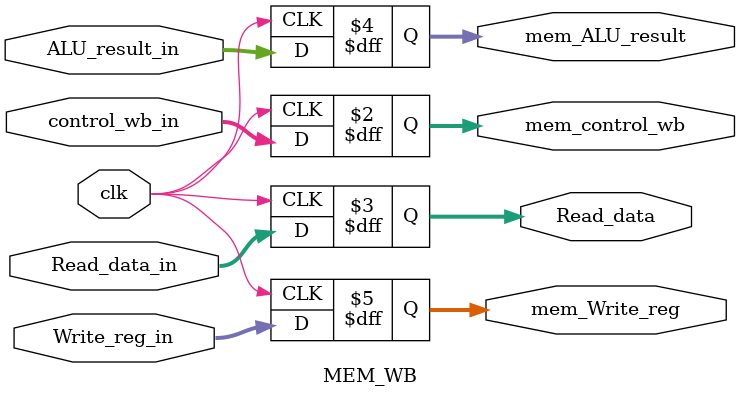
<source format=v>
module MEM_WB
(
    input  wire        clk,
    input  wire [1:0]  control_wb_in,
    input  wire [31:0] Read_data_in,
    input  wire [31:0] ALU_result_in,
    input  wire [4:0]  Write_reg_in,

    output reg  [1:0]  mem_control_wb,
    output reg  [31:0] Read_data,
    output reg  [31:0] mem_ALU_result,
    output reg  [4:0]  mem_Write_reg
); 

always @(posedge clk) 
begin
    mem_control_wb <= control_wb_in;
    Read_data <= Read_data_in;
    mem_ALU_result <= ALU_result_in;
    mem_Write_reg <= Write_reg_in;
end
endmodule

</source>
